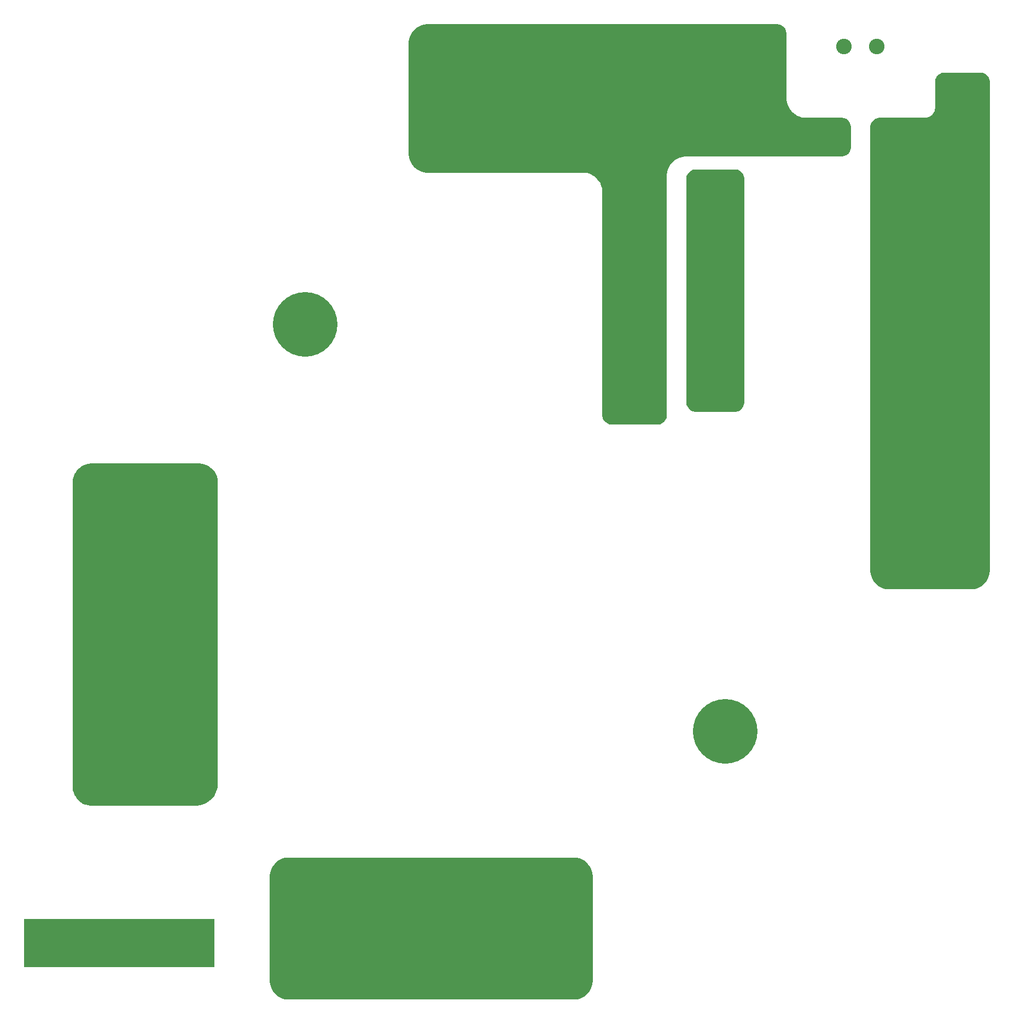
<source format=gbl>
G04 Layer_Physical_Order=2*
G04 Layer_Color=16711680*
%FSLAX24Y24*%
%MOIN*%
G70*
G01*
G75*
%ADD11C,0.0787*%
%ADD12C,0.0984*%
%ADD13C,0.0800*%
%ADD14C,0.0950*%
%ADD15C,0.2756*%
%ADD16C,0.3937*%
%ADD17C,0.0354*%
%ADD18R,1.1614X0.2953*%
G36*
X11614Y34646D02*
X11692D01*
X11845Y34625D01*
X11995Y34585D01*
X12138Y34526D01*
X12272Y34449D01*
X12395Y34354D01*
X12504Y34245D01*
X12598Y34122D01*
X12676Y33988D01*
X12735Y33845D01*
X12775Y33695D01*
X12795Y33542D01*
X12795Y33465D01*
X12795D01*
X12795Y33465D01*
X12795Y15157D01*
X12795Y15067D01*
X12772Y14888D01*
X12725Y14714D01*
X12656Y14547D01*
X12566Y14390D01*
X12456Y14247D01*
X12328Y14119D01*
X12185Y14009D01*
X12028Y13919D01*
X11861Y13850D01*
X11687Y13803D01*
X11508Y13780D01*
X11417Y13780D01*
X11417Y13780D01*
Y13780D01*
X5118Y13780D01*
X5041Y13780D01*
X4887Y13800D01*
X4738Y13840D01*
X4595Y13899D01*
X4461Y13976D01*
X4338Y14071D01*
X4228Y14180D01*
X4134Y14303D01*
X4057Y14437D01*
X3997Y14580D01*
X3957Y14730D01*
X3937Y14883D01*
X3937Y14961D01*
X3937Y14961D01*
Y33465D01*
Y33542D01*
X3957Y33695D01*
X3997Y33845D01*
X4057Y33988D01*
X4134Y34122D01*
X4228Y34245D01*
X4338Y34354D01*
X4461Y34449D01*
X4595Y34526D01*
X4738Y34585D01*
X4887Y34625D01*
X5041Y34646D01*
X5118D01*
X5118Y34646D01*
X11614Y34646D01*
D02*
G37*
G36*
X34449Y10630D02*
X34449Y10630D01*
X34526D01*
X34680Y10610D01*
X34829Y10570D01*
X34972Y10510D01*
X35106Y10433D01*
X35229Y10339D01*
X35339Y10229D01*
X35433Y10106D01*
X35510Y9972D01*
X35570Y9829D01*
X35610Y9680D01*
X35630Y9526D01*
Y9449D01*
Y3150D01*
X35630Y3150D01*
X35630Y3072D01*
X35610Y2919D01*
X35570Y2769D01*
X35510Y2626D01*
X35433Y2492D01*
X35339Y2369D01*
X35229Y2260D01*
X35106Y2165D01*
X34972Y2088D01*
X34829Y2029D01*
X34680Y1989D01*
X34526Y1969D01*
X34449Y1969D01*
X17126Y1969D01*
X17126Y1969D01*
X17049D01*
X16895Y1989D01*
X16746Y2029D01*
X16602Y2088D01*
X16468Y2165D01*
X16346Y2260D01*
X16236Y2369D01*
X16142Y2492D01*
X16064Y2626D01*
X16005Y2769D01*
X15965Y2919D01*
X15945Y3072D01*
X15945Y3150D01*
X15945Y9449D01*
X15945Y9449D01*
X15945Y9449D01*
X15945Y9526D01*
X15965Y9680D01*
X16005Y9829D01*
X16064Y9972D01*
X16142Y10106D01*
X16236Y10229D01*
X16346Y10339D01*
X16468Y10433D01*
X16602Y10510D01*
X16746Y10570D01*
X16895Y10610D01*
X17049Y10630D01*
X17126Y10630D01*
X34449Y10630D01*
X34449Y10630D01*
D02*
G37*
G36*
X44291Y52559D02*
X44291Y52559D01*
X44349Y52559D01*
X44464Y52536D01*
X44571Y52492D01*
X44668Y52427D01*
X44750Y52345D01*
X44815Y52248D01*
X44859Y52141D01*
X44882Y52027D01*
Y51968D01*
X44882Y38386D01*
X44882Y38386D01*
Y38328D01*
X44859Y38214D01*
X44815Y38106D01*
X44750Y38009D01*
X44668Y37927D01*
X44571Y37862D01*
X44464Y37818D01*
X44349Y37795D01*
X44291D01*
X41929Y37795D01*
X41929Y37795D01*
X41871Y37795D01*
X41757Y37818D01*
X41649Y37862D01*
X41553Y37927D01*
X41470Y38009D01*
X41406Y38106D01*
X41361Y38214D01*
X41339Y38328D01*
X41339Y38386D01*
X41339Y51968D01*
X41339Y51968D01*
X41339Y51968D01*
X41339Y52027D01*
X41361Y52141D01*
X41406Y52248D01*
X41470Y52345D01*
X41553Y52427D01*
X41649Y52492D01*
X41757Y52536D01*
X41871Y52559D01*
X41929Y52559D01*
X44291Y52559D01*
X44291Y52559D01*
D02*
G37*
G36*
X46850Y61417D02*
X46850Y61417D01*
X46909Y61417D01*
X47023Y61395D01*
X47130Y61350D01*
X47227Y61285D01*
X47309Y61203D01*
X47374Y61107D01*
X47418Y60999D01*
X47441Y60885D01*
X47441Y60827D01*
X47441Y56890D01*
X47443Y56813D01*
X47464Y56659D01*
X47504Y56510D01*
X47563Y56367D01*
X47640Y56234D01*
X47734Y56111D01*
X47843Y56002D01*
X47966Y55908D01*
X48100Y55830D01*
X48242Y55771D01*
X48392Y55731D01*
X48545Y55711D01*
X48622Y55709D01*
X50787D01*
X50787Y55709D01*
X50787Y55709D01*
X50846Y55709D01*
X50960Y55686D01*
X51067Y55641D01*
X51164Y55577D01*
X51246Y55495D01*
X51311Y55398D01*
X51355Y55290D01*
X51378Y55176D01*
Y55118D01*
X51378Y53937D01*
X51378Y53937D01*
X51378Y53879D01*
X51355Y53765D01*
X51311Y53657D01*
X51246Y53561D01*
X51164Y53478D01*
X51067Y53414D01*
X50960Y53369D01*
X50846Y53346D01*
X50787Y53346D01*
X48622Y53346D01*
X41339Y53346D01*
X41339Y53346D01*
X41261Y53344D01*
X41108Y53324D01*
X40959Y53284D01*
X40816Y53225D01*
X40682Y53147D01*
X40560Y53053D01*
X40451Y52944D01*
X40357Y52822D01*
X40279Y52688D01*
X40220Y52545D01*
X40180Y52396D01*
X40160Y52243D01*
X40157Y52165D01*
X40157Y37598D01*
X40157Y37598D01*
Y37540D01*
X40135Y37426D01*
X40090Y37319D01*
X40026Y37222D01*
X39943Y37140D01*
X39847Y37075D01*
X39739Y37031D01*
X39625Y37008D01*
X39567D01*
X36811Y37008D01*
X36753Y37008D01*
X36639Y37031D01*
X36531Y37075D01*
X36435Y37140D01*
X36352Y37222D01*
X36288Y37319D01*
X36243Y37426D01*
X36220Y37540D01*
Y37598D01*
X36220Y51181D01*
X36220Y51181D01*
X36220Y51181D01*
X36218Y51258D01*
X36198Y51412D01*
X36158Y51561D01*
X36099Y51703D01*
X36021Y51837D01*
X35927Y51960D01*
X35818Y52069D01*
X35696Y52163D01*
X35562Y52240D01*
X35419Y52300D01*
X35270Y52340D01*
X35117Y52360D01*
X35039Y52362D01*
X25591Y52362D01*
X25591Y52362D01*
X25513D01*
X25360Y52382D01*
X25210Y52422D01*
X25067Y52482D01*
X24933Y52559D01*
X24810Y52653D01*
X24701Y52763D01*
X24606Y52886D01*
X24529Y53020D01*
X24470Y53163D01*
X24430Y53312D01*
X24409Y53466D01*
X24409Y53543D01*
X24409Y60189D01*
X24409Y60236D01*
X24409Y60236D01*
X24409Y60236D01*
X24409Y60236D01*
X24409Y60314D01*
X24430Y60467D01*
X24470Y60617D01*
X24529Y60760D01*
X24606Y60894D01*
X24701Y61017D01*
X24810Y61126D01*
X24933Y61220D01*
X25067Y61298D01*
X25210Y61357D01*
X25360Y61397D01*
X25513Y61417D01*
X25591Y61417D01*
X46850Y61417D01*
X46850Y61417D01*
D02*
G37*
G36*
X59252Y58465D02*
X59252Y58465D01*
X59310Y58465D01*
X59424Y58442D01*
X59532Y58397D01*
X59628Y58333D01*
X59711Y58250D01*
X59775Y58154D01*
X59820Y58046D01*
X59843Y57932D01*
X59843Y57874D01*
X59843Y28150D01*
X59843Y28150D01*
X59843Y28072D01*
X59822Y27919D01*
X59782Y27769D01*
X59723Y27626D01*
X59646Y27492D01*
X59551Y27369D01*
X59442Y27260D01*
X59319Y27165D01*
X59185Y27088D01*
X59042Y27029D01*
X58892Y26989D01*
X58739Y26969D01*
X58661Y26969D01*
X53740D01*
Y26969D01*
X53663D01*
X53509Y26989D01*
X53360Y27029D01*
X53217Y27088D01*
X53083Y27165D01*
X52960Y27260D01*
X52850Y27369D01*
X52756Y27492D01*
X52679Y27626D01*
X52619Y27769D01*
X52579Y27919D01*
X52559Y28072D01*
X52559Y28150D01*
X52559Y55118D01*
X52559Y55118D01*
X52559Y55118D01*
X52559Y55176D01*
X52582Y55290D01*
X52626Y55398D01*
X52691Y55495D01*
X52773Y55577D01*
X52870Y55641D01*
X52977Y55686D01*
X53091Y55709D01*
X53150Y55709D01*
X55906Y55709D01*
X55906Y55709D01*
Y55709D01*
X55963Y55711D01*
X56077Y55734D01*
X56184Y55778D01*
X56280Y55843D01*
X56362Y55925D01*
X56426Y56021D01*
X56471Y56128D01*
X56493Y56241D01*
X56496Y56299D01*
X56496Y57827D01*
X56496Y57874D01*
X56496Y57874D01*
X56496Y57874D01*
X56496Y57874D01*
X56496Y57932D01*
X56519Y58046D01*
X56563Y58154D01*
X56628Y58250D01*
X56710Y58333D01*
X56807Y58397D01*
X56914Y58442D01*
X57028Y58465D01*
X57087Y58465D01*
X59252Y58465D01*
X59252Y58465D01*
D02*
G37*
D11*
X50469Y54528D02*
D03*
X53468D02*
D03*
D12*
X42323Y39173D02*
D03*
X38307D02*
D03*
X42402Y43307D02*
D03*
X38386D02*
D03*
X42402Y47441D02*
D03*
X38386D02*
D03*
X42402Y51575D02*
D03*
X38386D02*
D03*
D13*
X43898Y49409D02*
D03*
X58661D02*
D03*
Y40945D02*
D03*
X43898D02*
D03*
D14*
X6858Y17717D02*
D03*
X8858D02*
D03*
X44882Y55480D02*
D03*
Y57480D02*
D03*
X18898Y6134D02*
D03*
Y4134D02*
D03*
X58434Y57402D02*
D03*
Y55402D02*
D03*
X50953Y60039D02*
D03*
X52953D02*
D03*
D15*
X57286Y31892D02*
D03*
X30122Y4715D02*
D03*
X7098Y27367D02*
D03*
X29130Y58848D02*
D03*
D16*
X43701Y18307D02*
D03*
X18110Y43110D02*
D03*
D17*
X16772Y2598D02*
D03*
Y3386D02*
D03*
Y4173D02*
D03*
Y4961D02*
D03*
Y5748D02*
D03*
Y6535D02*
D03*
Y7323D02*
D03*
Y8110D02*
D03*
Y8898D02*
D03*
Y9685D02*
D03*
X17559Y2598D02*
D03*
Y3386D02*
D03*
Y4173D02*
D03*
Y4961D02*
D03*
Y5748D02*
D03*
Y6535D02*
D03*
Y7323D02*
D03*
Y8110D02*
D03*
Y8898D02*
D03*
Y9685D02*
D03*
X18346Y2598D02*
D03*
Y3386D02*
D03*
Y7323D02*
D03*
Y8110D02*
D03*
Y8898D02*
D03*
Y9685D02*
D03*
X19134Y2598D02*
D03*
Y3386D02*
D03*
Y7323D02*
D03*
Y8110D02*
D03*
Y8898D02*
D03*
Y9685D02*
D03*
X19921Y2598D02*
D03*
Y3386D02*
D03*
Y4173D02*
D03*
Y4961D02*
D03*
Y5748D02*
D03*
Y6535D02*
D03*
Y7323D02*
D03*
Y8110D02*
D03*
Y8898D02*
D03*
Y9685D02*
D03*
X20709Y2598D02*
D03*
Y3386D02*
D03*
Y4173D02*
D03*
Y4961D02*
D03*
Y5748D02*
D03*
Y6535D02*
D03*
Y7323D02*
D03*
Y8110D02*
D03*
Y8898D02*
D03*
Y9685D02*
D03*
X21496Y2598D02*
D03*
Y3386D02*
D03*
Y4173D02*
D03*
Y4961D02*
D03*
Y5748D02*
D03*
Y6535D02*
D03*
Y7323D02*
D03*
Y8110D02*
D03*
Y8898D02*
D03*
Y9685D02*
D03*
X27008Y2598D02*
D03*
Y3386D02*
D03*
Y4173D02*
D03*
Y4961D02*
D03*
Y5748D02*
D03*
Y6535D02*
D03*
Y7323D02*
D03*
Y8110D02*
D03*
Y8898D02*
D03*
Y9685D02*
D03*
X27795Y2598D02*
D03*
Y3386D02*
D03*
Y4173D02*
D03*
Y4961D02*
D03*
Y5748D02*
D03*
Y6535D02*
D03*
Y7323D02*
D03*
Y8110D02*
D03*
Y8898D02*
D03*
Y9685D02*
D03*
X28583Y2598D02*
D03*
Y5748D02*
D03*
Y6535D02*
D03*
Y7323D02*
D03*
Y8110D02*
D03*
Y8898D02*
D03*
Y9685D02*
D03*
X29370Y2598D02*
D03*
Y6535D02*
D03*
Y7323D02*
D03*
Y8110D02*
D03*
Y8898D02*
D03*
Y9685D02*
D03*
X30157Y2598D02*
D03*
Y6535D02*
D03*
Y7323D02*
D03*
Y8110D02*
D03*
Y8898D02*
D03*
Y9685D02*
D03*
X30945Y2598D02*
D03*
Y6535D02*
D03*
Y7323D02*
D03*
Y8110D02*
D03*
Y8898D02*
D03*
Y9685D02*
D03*
X31732Y2598D02*
D03*
Y3386D02*
D03*
Y4173D02*
D03*
Y4961D02*
D03*
Y5748D02*
D03*
Y6535D02*
D03*
Y7323D02*
D03*
Y8110D02*
D03*
Y8898D02*
D03*
Y9685D02*
D03*
X32520Y2598D02*
D03*
Y3386D02*
D03*
Y4173D02*
D03*
Y4961D02*
D03*
Y5748D02*
D03*
Y6535D02*
D03*
Y7323D02*
D03*
Y8110D02*
D03*
Y8898D02*
D03*
Y9685D02*
D03*
X4173Y15197D02*
D03*
Y15984D02*
D03*
Y16772D02*
D03*
Y17559D02*
D03*
Y18346D02*
D03*
Y19134D02*
D03*
Y19921D02*
D03*
X4961Y15197D02*
D03*
Y15984D02*
D03*
Y16772D02*
D03*
Y17559D02*
D03*
Y18346D02*
D03*
Y19134D02*
D03*
Y19921D02*
D03*
X5748Y15197D02*
D03*
Y15984D02*
D03*
Y16772D02*
D03*
Y17559D02*
D03*
Y18346D02*
D03*
Y19134D02*
D03*
Y19921D02*
D03*
X6535Y15197D02*
D03*
Y15984D02*
D03*
Y16772D02*
D03*
Y19134D02*
D03*
Y19921D02*
D03*
X7323Y15197D02*
D03*
Y15984D02*
D03*
Y16772D02*
D03*
Y18346D02*
D03*
Y19134D02*
D03*
Y19921D02*
D03*
X8110Y15197D02*
D03*
Y15984D02*
D03*
Y16772D02*
D03*
Y17559D02*
D03*
Y18346D02*
D03*
Y19134D02*
D03*
Y19921D02*
D03*
X8898Y15197D02*
D03*
Y15984D02*
D03*
Y16772D02*
D03*
Y19134D02*
D03*
Y19921D02*
D03*
X9685Y15197D02*
D03*
Y15984D02*
D03*
Y16772D02*
D03*
Y17559D02*
D03*
Y18346D02*
D03*
Y19134D02*
D03*
Y19921D02*
D03*
X10472Y15197D02*
D03*
Y15984D02*
D03*
Y16772D02*
D03*
Y17559D02*
D03*
Y18346D02*
D03*
Y19134D02*
D03*
Y19921D02*
D03*
X11260Y15197D02*
D03*
Y15984D02*
D03*
Y16772D02*
D03*
Y17559D02*
D03*
Y18346D02*
D03*
Y19134D02*
D03*
Y19921D02*
D03*
X12047Y15197D02*
D03*
Y15984D02*
D03*
Y16772D02*
D03*
Y17559D02*
D03*
Y18346D02*
D03*
Y19134D02*
D03*
Y19921D02*
D03*
X4173Y23071D02*
D03*
Y23858D02*
D03*
Y24646D02*
D03*
Y25433D02*
D03*
Y26220D02*
D03*
Y27008D02*
D03*
Y27795D02*
D03*
Y28583D02*
D03*
Y29370D02*
D03*
X4961Y23071D02*
D03*
Y23858D02*
D03*
Y24646D02*
D03*
Y25433D02*
D03*
Y26220D02*
D03*
Y27008D02*
D03*
Y27795D02*
D03*
Y28583D02*
D03*
Y29370D02*
D03*
X5748Y23071D02*
D03*
Y23858D02*
D03*
Y24646D02*
D03*
Y25433D02*
D03*
Y28583D02*
D03*
Y29370D02*
D03*
X6535Y23071D02*
D03*
Y23858D02*
D03*
Y24646D02*
D03*
Y29370D02*
D03*
X7323Y23071D02*
D03*
Y23858D02*
D03*
Y24646D02*
D03*
Y29370D02*
D03*
X8110Y23071D02*
D03*
Y23858D02*
D03*
Y24646D02*
D03*
Y25433D02*
D03*
Y28583D02*
D03*
Y29370D02*
D03*
X8898Y23071D02*
D03*
Y23858D02*
D03*
Y24646D02*
D03*
Y25433D02*
D03*
Y26220D02*
D03*
Y27008D02*
D03*
Y27795D02*
D03*
Y28583D02*
D03*
Y29370D02*
D03*
X9685Y23071D02*
D03*
Y23858D02*
D03*
Y24646D02*
D03*
Y25433D02*
D03*
Y26220D02*
D03*
Y27008D02*
D03*
Y27795D02*
D03*
Y28583D02*
D03*
Y29370D02*
D03*
X10472Y23071D02*
D03*
Y23858D02*
D03*
Y24646D02*
D03*
Y25433D02*
D03*
Y26220D02*
D03*
Y27008D02*
D03*
Y27795D02*
D03*
Y28583D02*
D03*
Y29370D02*
D03*
X11260Y23071D02*
D03*
Y23858D02*
D03*
Y24646D02*
D03*
Y25433D02*
D03*
Y26220D02*
D03*
Y27008D02*
D03*
Y27795D02*
D03*
Y28583D02*
D03*
Y29370D02*
D03*
X12047Y23071D02*
D03*
Y23858D02*
D03*
Y24646D02*
D03*
Y25433D02*
D03*
Y26220D02*
D03*
Y27008D02*
D03*
Y27795D02*
D03*
Y28583D02*
D03*
Y29370D02*
D03*
X52992Y27795D02*
D03*
Y28583D02*
D03*
Y29370D02*
D03*
Y30157D02*
D03*
Y30945D02*
D03*
Y31732D02*
D03*
Y32520D02*
D03*
Y33307D02*
D03*
Y34095D02*
D03*
Y34882D02*
D03*
Y35669D02*
D03*
Y36457D02*
D03*
X53780Y27795D02*
D03*
Y28583D02*
D03*
Y29370D02*
D03*
Y30157D02*
D03*
Y30945D02*
D03*
Y31732D02*
D03*
Y32520D02*
D03*
Y33307D02*
D03*
Y34095D02*
D03*
Y34882D02*
D03*
Y35669D02*
D03*
Y36457D02*
D03*
X54567Y27795D02*
D03*
Y28583D02*
D03*
Y29370D02*
D03*
Y30157D02*
D03*
Y30945D02*
D03*
Y31732D02*
D03*
Y32520D02*
D03*
Y33307D02*
D03*
Y34095D02*
D03*
Y34882D02*
D03*
Y35669D02*
D03*
Y36457D02*
D03*
X55354Y27795D02*
D03*
Y28583D02*
D03*
Y29370D02*
D03*
Y30157D02*
D03*
Y30945D02*
D03*
Y31732D02*
D03*
Y32520D02*
D03*
Y33307D02*
D03*
Y34095D02*
D03*
Y34882D02*
D03*
Y35669D02*
D03*
Y36457D02*
D03*
X56142Y27795D02*
D03*
Y28583D02*
D03*
Y29370D02*
D03*
Y30157D02*
D03*
Y34095D02*
D03*
Y34882D02*
D03*
Y35669D02*
D03*
Y36457D02*
D03*
X56929Y27795D02*
D03*
Y28583D02*
D03*
Y29370D02*
D03*
Y30157D02*
D03*
Y34095D02*
D03*
Y34882D02*
D03*
Y35669D02*
D03*
Y36457D02*
D03*
X57717Y27795D02*
D03*
Y28583D02*
D03*
Y29370D02*
D03*
Y30157D02*
D03*
Y34095D02*
D03*
Y34882D02*
D03*
Y35669D02*
D03*
Y36457D02*
D03*
X58504Y27795D02*
D03*
Y28583D02*
D03*
Y29370D02*
D03*
Y30157D02*
D03*
Y34095D02*
D03*
Y34882D02*
D03*
Y35669D02*
D03*
Y36457D02*
D03*
X59291Y27795D02*
D03*
Y28583D02*
D03*
Y29370D02*
D03*
Y30157D02*
D03*
Y30945D02*
D03*
Y33307D02*
D03*
Y34095D02*
D03*
Y34882D02*
D03*
Y35669D02*
D03*
Y36457D02*
D03*
X24646Y53780D02*
D03*
Y54567D02*
D03*
Y55354D02*
D03*
Y56142D02*
D03*
Y56929D02*
D03*
Y57717D02*
D03*
Y58504D02*
D03*
Y59291D02*
D03*
Y60079D02*
D03*
X25433Y52992D02*
D03*
Y53780D02*
D03*
Y54567D02*
D03*
Y55354D02*
D03*
Y56142D02*
D03*
Y56929D02*
D03*
Y57717D02*
D03*
Y58504D02*
D03*
Y59291D02*
D03*
Y60079D02*
D03*
X26220Y52992D02*
D03*
Y53780D02*
D03*
Y54567D02*
D03*
Y55354D02*
D03*
Y56142D02*
D03*
Y56929D02*
D03*
Y57717D02*
D03*
Y58504D02*
D03*
Y59291D02*
D03*
Y60079D02*
D03*
X27008Y52992D02*
D03*
Y53780D02*
D03*
Y54567D02*
D03*
Y55354D02*
D03*
Y56142D02*
D03*
Y56929D02*
D03*
Y57717D02*
D03*
Y58504D02*
D03*
Y59291D02*
D03*
Y60079D02*
D03*
X27795Y52992D02*
D03*
Y53780D02*
D03*
Y54567D02*
D03*
Y55354D02*
D03*
Y56142D02*
D03*
Y56929D02*
D03*
Y57717D02*
D03*
X28583Y52992D02*
D03*
Y53780D02*
D03*
Y54567D02*
D03*
Y55354D02*
D03*
Y56142D02*
D03*
Y56929D02*
D03*
X29370Y52992D02*
D03*
Y53780D02*
D03*
Y54567D02*
D03*
Y55354D02*
D03*
Y56142D02*
D03*
Y56929D02*
D03*
X30157Y52992D02*
D03*
Y53780D02*
D03*
Y54567D02*
D03*
Y55354D02*
D03*
Y56142D02*
D03*
Y56929D02*
D03*
X30945Y52992D02*
D03*
Y53780D02*
D03*
Y54567D02*
D03*
Y55354D02*
D03*
Y56142D02*
D03*
Y56929D02*
D03*
Y57717D02*
D03*
X31732Y52992D02*
D03*
Y53780D02*
D03*
Y54567D02*
D03*
Y55354D02*
D03*
Y56142D02*
D03*
Y56929D02*
D03*
Y57717D02*
D03*
Y58504D02*
D03*
Y59291D02*
D03*
Y60079D02*
D03*
X32520Y52992D02*
D03*
Y53780D02*
D03*
Y54567D02*
D03*
Y55354D02*
D03*
Y56142D02*
D03*
Y56929D02*
D03*
Y57717D02*
D03*
Y58504D02*
D03*
Y59291D02*
D03*
Y60079D02*
D03*
X33307Y52992D02*
D03*
Y53780D02*
D03*
Y54567D02*
D03*
Y55354D02*
D03*
Y56142D02*
D03*
Y56929D02*
D03*
Y57717D02*
D03*
Y58504D02*
D03*
Y59291D02*
D03*
Y60079D02*
D03*
X42756Y53780D02*
D03*
Y54567D02*
D03*
Y55354D02*
D03*
Y56142D02*
D03*
Y56929D02*
D03*
Y57717D02*
D03*
Y58504D02*
D03*
Y59291D02*
D03*
X43543Y53780D02*
D03*
Y54567D02*
D03*
Y55354D02*
D03*
Y56142D02*
D03*
Y56929D02*
D03*
Y57717D02*
D03*
Y58504D02*
D03*
Y59291D02*
D03*
X44331Y53780D02*
D03*
Y54567D02*
D03*
Y56142D02*
D03*
Y56929D02*
D03*
Y58504D02*
D03*
Y59291D02*
D03*
X45118Y53780D02*
D03*
Y54567D02*
D03*
Y58504D02*
D03*
Y59291D02*
D03*
X45906Y53780D02*
D03*
Y54567D02*
D03*
Y55354D02*
D03*
Y56142D02*
D03*
Y56929D02*
D03*
Y57717D02*
D03*
Y58504D02*
D03*
Y59291D02*
D03*
X56929Y53780D02*
D03*
Y54567D02*
D03*
Y55354D02*
D03*
Y56142D02*
D03*
Y56929D02*
D03*
Y57717D02*
D03*
X57717Y53780D02*
D03*
Y54567D02*
D03*
Y55354D02*
D03*
Y56142D02*
D03*
Y56929D02*
D03*
Y57717D02*
D03*
X58504Y53780D02*
D03*
Y54567D02*
D03*
Y56142D02*
D03*
X59291Y53780D02*
D03*
Y54567D02*
D03*
Y55354D02*
D03*
Y56142D02*
D03*
Y56929D02*
D03*
Y57717D02*
D03*
D18*
X6791Y5413D02*
D03*
M02*

</source>
